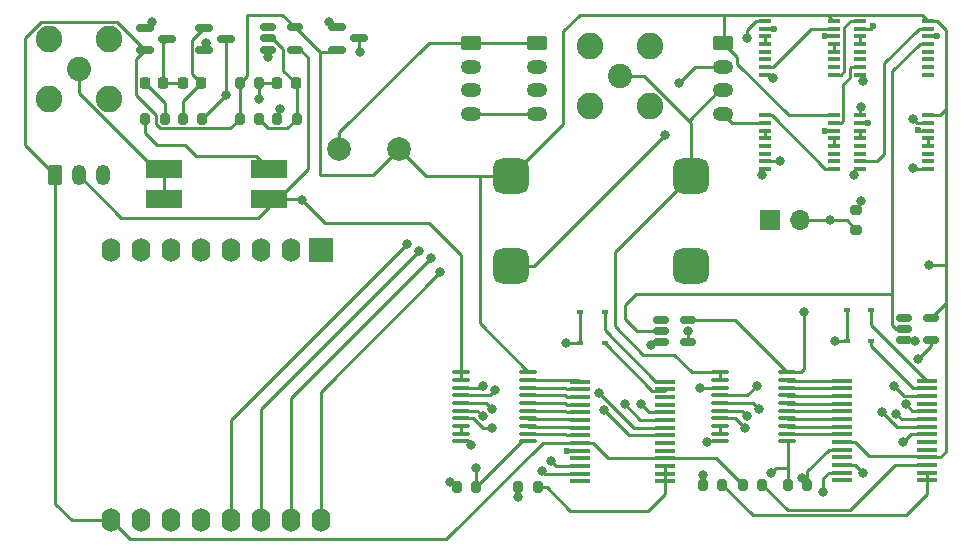
<source format=gbr>
%TF.GenerationSoftware,KiCad,Pcbnew,(6.0.7)*%
%TF.CreationDate,2023-09-13T17:05:02+02:00*%
%TF.ProjectId,freqcount1.1,66726571-636f-4756-9e74-312e312e6b69,rev?*%
%TF.SameCoordinates,PX2562500PY632ea00*%
%TF.FileFunction,Copper,L1,Top*%
%TF.FilePolarity,Positive*%
%FSLAX46Y46*%
G04 Gerber Fmt 4.6, Leading zero omitted, Abs format (unit mm)*
G04 Created by KiCad (PCBNEW (6.0.7)) date 2023-09-13 17:05:02*
%MOMM*%
%LPD*%
G01*
G04 APERTURE LIST*
G04 Aperture macros list*
%AMRoundRect*
0 Rectangle with rounded corners*
0 $1 Rounding radius*
0 $2 $3 $4 $5 $6 $7 $8 $9 X,Y pos of 4 corners*
0 Add a 4 corners polygon primitive as box body*
4,1,4,$2,$3,$4,$5,$6,$7,$8,$9,$2,$3,0*
0 Add four circle primitives for the rounded corners*
1,1,$1+$1,$2,$3*
1,1,$1+$1,$4,$5*
1,1,$1+$1,$6,$7*
1,1,$1+$1,$8,$9*
0 Add four rect primitives between the rounded corners*
20,1,$1+$1,$2,$3,$4,$5,0*
20,1,$1+$1,$4,$5,$6,$7,0*
20,1,$1+$1,$6,$7,$8,$9,0*
20,1,$1+$1,$8,$9,$2,$3,0*%
G04 Aperture macros list end*
%TA.AperFunction,SMDPad,CuDef*%
%ADD10R,0.600000X0.450000*%
%TD*%
%TA.AperFunction,SMDPad,CuDef*%
%ADD11RoundRect,0.200000X-0.200000X-0.275000X0.200000X-0.275000X0.200000X0.275000X-0.200000X0.275000X0*%
%TD*%
%TA.AperFunction,SMDPad,CuDef*%
%ADD12RoundRect,0.150000X-0.512500X-0.150000X0.512500X-0.150000X0.512500X0.150000X-0.512500X0.150000X0*%
%TD*%
%TA.AperFunction,ComponentPad*%
%ADD13R,2.000000X2.000000*%
%TD*%
%TA.AperFunction,ComponentPad*%
%ADD14O,1.600000X2.000000*%
%TD*%
%TA.AperFunction,ComponentPad*%
%ADD15R,1.700000X1.700000*%
%TD*%
%TA.AperFunction,ComponentPad*%
%ADD16O,1.700000X1.700000*%
%TD*%
%TA.AperFunction,ComponentPad*%
%ADD17RoundRect,0.250000X-0.350000X-0.625000X0.350000X-0.625000X0.350000X0.625000X-0.350000X0.625000X0*%
%TD*%
%TA.AperFunction,ComponentPad*%
%ADD18O,1.200000X1.750000*%
%TD*%
%TA.AperFunction,SMDPad,CuDef*%
%ADD19RoundRect,0.225000X-0.225000X-0.250000X0.225000X-0.250000X0.225000X0.250000X-0.225000X0.250000X0*%
%TD*%
%TA.AperFunction,ComponentPad*%
%ADD20RoundRect,0.250000X-0.625000X0.350000X-0.625000X-0.350000X0.625000X-0.350000X0.625000X0.350000X0*%
%TD*%
%TA.AperFunction,ComponentPad*%
%ADD21O,1.750000X1.200000*%
%TD*%
%TA.AperFunction,ComponentPad*%
%ADD22C,2.050000*%
%TD*%
%TA.AperFunction,ComponentPad*%
%ADD23C,2.250000*%
%TD*%
%TA.AperFunction,SMDPad,CuDef*%
%ADD24RoundRect,0.100000X-0.637500X-0.100000X0.637500X-0.100000X0.637500X0.100000X-0.637500X0.100000X0*%
%TD*%
%TA.AperFunction,ComponentPad*%
%ADD25RoundRect,0.750000X-0.750000X-0.750000X0.750000X-0.750000X0.750000X0.750000X-0.750000X0.750000X0*%
%TD*%
%TA.AperFunction,SMDPad,CuDef*%
%ADD26R,1.000000X0.400000*%
%TD*%
%TA.AperFunction,SMDPad,CuDef*%
%ADD27R,1.750000X0.450000*%
%TD*%
%TA.AperFunction,SMDPad,CuDef*%
%ADD28RoundRect,0.150000X-0.587500X-0.150000X0.587500X-0.150000X0.587500X0.150000X-0.587500X0.150000X0*%
%TD*%
%TA.AperFunction,SMDPad,CuDef*%
%ADD29RoundRect,0.200000X0.275000X-0.200000X0.275000X0.200000X-0.275000X0.200000X-0.275000X-0.200000X0*%
%TD*%
%TA.AperFunction,SMDPad,CuDef*%
%ADD30RoundRect,0.200000X0.200000X0.275000X-0.200000X0.275000X-0.200000X-0.275000X0.200000X-0.275000X0*%
%TD*%
%TA.AperFunction,SMDPad,CuDef*%
%ADD31R,3.100000X1.600000*%
%TD*%
%TA.AperFunction,ComponentPad*%
%ADD32C,2.000000*%
%TD*%
%TA.AperFunction,ViaPad*%
%ADD33C,0.800000*%
%TD*%
%TA.AperFunction,ViaPad*%
%ADD34C,0.600000*%
%TD*%
%TA.AperFunction,Conductor*%
%ADD35C,0.250000*%
%TD*%
G04 APERTURE END LIST*
D10*
%TO.P,D2,1,K*%
%TO.N,Net-(D1-Pad1)*%
X48400000Y17400000D03*
%TO.P,D2,2,A*%
%TO.N,Net-(D2-Pad2)*%
X50500000Y17400000D03*
%TD*%
D11*
%TO.P,R5,1*%
%TO.N,GND*%
X58800000Y5400000D03*
%TO.P,R5,2*%
%TO.N,Net-(R5-Pad2)*%
X60450000Y5400000D03*
%TD*%
D12*
%TO.P,U5,1*%
%TO.N,N/C*%
X55262500Y19350000D03*
%TO.P,U5,2*%
%TO.N,/Teiler_1Hz/1Hz_Puls*%
X55262500Y18400000D03*
%TO.P,U5,3,GND*%
%TO.N,GND*%
X55262500Y17450000D03*
%TO.P,U5,4*%
%TO.N,Net-(U5-Pad4)*%
X57537500Y17450000D03*
%TO.P,U5,5,VCC*%
%TO.N,+5V*%
X57537500Y19350000D03*
%TD*%
%TO.P,U12,1*%
%TO.N,N/C*%
X22000000Y44150000D03*
%TO.P,U12,2*%
%TO.N,Net-(C3-Pad2)*%
X22000000Y43200000D03*
%TO.P,U12,3,GND*%
%TO.N,GND*%
X22000000Y42250000D03*
%TO.P,U12,4*%
%TO.N,/Zaehler_Messsignal/Messsignal*%
X24275000Y42250000D03*
%TO.P,U12,5,VCC*%
%TO.N,+5V*%
X24275000Y44150000D03*
%TD*%
D11*
%TO.P,R2,1*%
%TO.N,GND*%
X43200000Y5200000D03*
%TO.P,R2,2*%
%TO.N,Net-(R2-Pad2)*%
X44850000Y5200000D03*
%TD*%
D13*
%TO.P,U11,1,~{RST}*%
%TO.N,unconnected-(U11-Pad1)*%
X26490000Y25275000D03*
D14*
%TO.P,U11,2,A0*%
%TO.N,unconnected-(U11-Pad2)*%
X23950000Y25275000D03*
%TO.P,U11,3,D0*%
%TO.N,unconnected-(U11-Pad3)*%
X21410000Y25275000D03*
%TO.P,U11,4,SCK/D5*%
%TO.N,unconnected-(U11-Pad4)*%
X18870000Y25275000D03*
%TO.P,U11,5,MISO/D6*%
%TO.N,unconnected-(U11-Pad5)*%
X16330000Y25275000D03*
%TO.P,U11,6,MOSI/D7*%
%TO.N,unconnected-(U11-Pad6)*%
X13790000Y25275000D03*
%TO.P,U11,7,CS/D8*%
%TO.N,unconnected-(U11-Pad7)*%
X11250000Y25275000D03*
%TO.P,U11,8,3V3*%
%TO.N,unconnected-(U11-Pad8)*%
X8710000Y25275000D03*
%TO.P,U11,9,5V*%
%TO.N,+5V*%
X8710000Y2415000D03*
%TO.P,U11,10,GND*%
%TO.N,GND*%
X11250000Y2415000D03*
%TO.P,U11,11,D4*%
%TO.N,unconnected-(U11-Pad11)*%
X13790000Y2415000D03*
%TO.P,U11,12,D3*%
%TO.N,unconnected-(U11-Pad12)*%
X16330000Y2415000D03*
%TO.P,U11,13,SDA/D2*%
%TO.N,/ESP/SDA*%
X18870000Y2415000D03*
%TO.P,U11,14,SCL/D1*%
%TO.N,/ESP/SCK*%
X21410000Y2415000D03*
%TO.P,U11,15,RX*%
%TO.N,Rx*%
X23950000Y2415000D03*
%TO.P,U11,16,TX*%
%TO.N,Tx*%
X26490000Y2415000D03*
%TD*%
D15*
%TO.P,JP1,1,A*%
%TO.N,+5V*%
X64525000Y27800000D03*
D16*
%TO.P,JP1,2,B*%
%TO.N,/Zaehler_Referenz/measure_select*%
X67065000Y27800000D03*
%TD*%
D11*
%TO.P,R3,1*%
%TO.N,Net-(D3-Pad1)*%
X66000000Y5400000D03*
%TO.P,R3,2*%
%TO.N,GND*%
X67650000Y5400000D03*
%TD*%
D17*
%TO.P,J2,1,Pin_1*%
%TO.N,+5V*%
X4000000Y31600000D03*
D18*
%TO.P,J2,2,Pin_2*%
%TO.N,/Zaehler_Messsignal/Messsignal*%
X6000000Y31600000D03*
%TO.P,J2,3,Pin_3*%
%TO.N,GND*%
X8000000Y31600000D03*
%TD*%
D19*
%TO.P,C1,1*%
%TO.N,Net-(C1-Pad1)*%
X11600000Y39400000D03*
%TO.P,C1,2*%
%TO.N,Net-(C1-Pad2)*%
X13150000Y39400000D03*
%TD*%
D20*
%TO.P,J6,1,Pin_1*%
%TO.N,Net-(F1-Pad1)*%
X39200000Y42800000D03*
D21*
%TO.P,J6,2,Pin_2*%
%TO.N,/ESP/SDA*%
X39200000Y40800000D03*
%TO.P,J6,3,Pin_3*%
%TO.N,/ESP/SCK*%
X39200000Y38800000D03*
%TO.P,J6,4,Pin_4*%
%TO.N,GND*%
X39200000Y36800000D03*
%TD*%
D22*
%TO.P,J4,1,In*%
%TO.N,Net-(J4-Pad1)*%
X6000000Y40600000D03*
D23*
%TO.P,J4,2,Ext*%
%TO.N,GND*%
X3460000Y43140000D03*
X3460000Y38060000D03*
X8540000Y43140000D03*
X8540000Y38060000D03*
%TD*%
D20*
%TO.P,J3,1,Pin_1*%
%TO.N,Net-(F1-Pad1)*%
X44750000Y42800000D03*
D21*
%TO.P,J3,2,Pin_2*%
%TO.N,Tx*%
X44750000Y40800000D03*
%TO.P,J3,3,Pin_3*%
%TO.N,Rx*%
X44750000Y38800000D03*
%TO.P,J3,4,Pin_4*%
%TO.N,GND*%
X44750000Y36800000D03*
%TD*%
D24*
%TO.P,U6,1,CKLA*%
%TO.N,/Zaehler_Messsignal/Messsignal*%
X38337500Y14925000D03*
%TO.P,U6,2,CLKB*%
X38337500Y14275000D03*
%TO.P,U6,3,~{GAL}*%
%TO.N,GAL1*%
X38337500Y13625000D03*
%TO.P,U6,4,~{GAU}*%
%TO.N,GAU1*%
X38337500Y12975000D03*
%TO.P,U6,5,~{GBL}*%
%TO.N,GBL1*%
X38337500Y12325000D03*
%TO.P,U6,6,~{GBU}*%
%TO.N,GBU1*%
X38337500Y11675000D03*
%TO.P,U6,7,RCLK*%
%TO.N,Net-(U5-Pad4)*%
X38337500Y11025000D03*
%TO.P,U6,8,~{RCOA}*%
%TO.N,Net-(U6-Pad8)*%
X38337500Y10375000D03*
%TO.P,U6,9,~{CLKBEN}*%
X38337500Y9725000D03*
%TO.P,U6,10,GND*%
%TO.N,GND*%
X38337500Y9075000D03*
%TO.P,U6,11,~{CCLR}*%
%TO.N,Net-(D1-Pad1)*%
X44062500Y9075000D03*
%TO.P,U6,12,Y7*%
%TO.N,Net-(U6-Pad12)*%
X44062500Y9725000D03*
%TO.P,U6,13,Y6*%
%TO.N,Net-(U6-Pad13)*%
X44062500Y10375000D03*
%TO.P,U6,14,Y5*%
%TO.N,Net-(U6-Pad14)*%
X44062500Y11025000D03*
%TO.P,U6,15,Y4*%
%TO.N,Net-(U6-Pad15)*%
X44062500Y11675000D03*
%TO.P,U6,16,Y3*%
%TO.N,Net-(U6-Pad16)*%
X44062500Y12325000D03*
%TO.P,U6,17,Y2*%
%TO.N,Net-(U6-Pad17)*%
X44062500Y12975000D03*
%TO.P,U6,18,Y1*%
%TO.N,Net-(U6-Pad18)*%
X44062500Y13625000D03*
%TO.P,U6,19,Y0*%
%TO.N,Net-(U6-Pad19)*%
X44062500Y14275000D03*
%TO.P,U6,20,VCC*%
%TO.N,+5V*%
X44062500Y14925000D03*
%TD*%
D25*
%TO.P,QA1,1,Vcontrol*%
%TO.N,Net-(J1-Pad2)*%
X42549000Y23905000D03*
%TO.P,QA1,7,GND*%
%TO.N,GND*%
X57789000Y23905000D03*
%TO.P,QA1,8,Out*%
%TO.N,/Teiler_1Hz/10MHz_Referenz*%
X57789000Y31525000D03*
%TO.P,QA1,14,Vin*%
%TO.N,+5V*%
X42549000Y31525000D03*
%TD*%
D11*
%TO.P,R6,1*%
%TO.N,Net-(R6-Pad1)*%
X11600000Y36400000D03*
%TO.P,R6,2*%
%TO.N,Net-(C1-Pad1)*%
X13250000Y36400000D03*
%TD*%
D26*
%TO.P,U1,1,~{CP0}*%
%TO.N,/Teiler_1Hz/10MHz_Referenz*%
X64100000Y44675000D03*
%TO.P,U1,2,MR*%
%TO.N,GND*%
X64100000Y44025000D03*
%TO.P,U1,3,Q0*%
%TO.N,Net-(U1-Pad3)*%
X64100000Y43375000D03*
%TO.P,U1,4,~{CP1}*%
X64100000Y42725000D03*
%TO.P,U1,5,Q1*%
%TO.N,unconnected-(U1-Pad5)*%
X64100000Y42075000D03*
%TO.P,U1,6,Q2*%
%TO.N,unconnected-(U1-Pad6)*%
X64100000Y41425000D03*
%TO.P,U1,7,Q3*%
%TO.N,Net-(U1-Pad15)*%
X64100000Y40775000D03*
%TO.P,U1,8,GND*%
%TO.N,GND*%
X64100000Y40125000D03*
%TO.P,U1,9,Q3*%
%TO.N,Net-(U1-Pad9)*%
X69900000Y40125000D03*
%TO.P,U1,10,Q2*%
%TO.N,unconnected-(U1-Pad10)*%
X69900000Y40775000D03*
%TO.P,U1,11,Q1*%
%TO.N,unconnected-(U1-Pad11)*%
X69900000Y41425000D03*
%TO.P,U1,12,~{CP1}*%
%TO.N,Net-(U1-Pad12)*%
X69900000Y42075000D03*
%TO.P,U1,13,Q0*%
X69900000Y42725000D03*
%TO.P,U1,14,MR*%
%TO.N,GND*%
X69900000Y43375000D03*
%TO.P,U1,15,~{CP0}*%
%TO.N,Net-(U1-Pad15)*%
X69900000Y44025000D03*
%TO.P,U1,16,VCC*%
%TO.N,+5V*%
X69900000Y44675000D03*
%TD*%
D12*
%TO.P,U8,1*%
%TO.N,N/C*%
X75862500Y19550000D03*
%TO.P,U8,2*%
%TO.N,/Teiler_1Hz/1Hz_Puls*%
X75862500Y18600000D03*
%TO.P,U8,3,GND*%
%TO.N,GND*%
X75862500Y17650000D03*
%TO.P,U8,4*%
%TO.N,Net-(U8-Pad4)*%
X78137500Y17650000D03*
%TO.P,U8,5,VCC*%
%TO.N,+5V*%
X78137500Y19550000D03*
%TD*%
D27*
%TO.P,U7,1,GPB0*%
%TO.N,Net-(U6-Pad19)*%
X48420000Y14125000D03*
%TO.P,U7,2,GPB1*%
%TO.N,Net-(U6-Pad18)*%
X48420000Y13475000D03*
%TO.P,U7,3,GPB2*%
%TO.N,Net-(U6-Pad17)*%
X48420000Y12825000D03*
%TO.P,U7,4,GPB3*%
%TO.N,Net-(U6-Pad16)*%
X48420000Y12175000D03*
%TO.P,U7,5,GPB4*%
%TO.N,Net-(U6-Pad15)*%
X48420000Y11525000D03*
%TO.P,U7,6,GPB5*%
%TO.N,Net-(U6-Pad14)*%
X48420000Y10875000D03*
%TO.P,U7,7,GPB6*%
%TO.N,Net-(U6-Pad13)*%
X48420000Y10225000D03*
%TO.P,U7,8,GPB7*%
%TO.N,Net-(U6-Pad12)*%
X48420000Y9575000D03*
%TO.P,U7,9,VDD*%
%TO.N,+5V*%
X48420000Y8925000D03*
%TO.P,U7,10,VSS*%
%TO.N,GND*%
X48420000Y8275000D03*
%TO.P,U7,11,NC*%
%TO.N,unconnected-(U7-Pad11)*%
X48420000Y7625000D03*
%TO.P,U7,12,SCK*%
%TO.N,/ESP/SCK*%
X48420000Y6975000D03*
%TO.P,U7,13,SDA*%
%TO.N,/ESP/SDA*%
X48420000Y6325000D03*
%TO.P,U7,14,NC*%
%TO.N,unconnected-(U7-Pad14)*%
X48420000Y5675000D03*
%TO.P,U7,15,A0*%
%TO.N,Net-(R2-Pad2)*%
X55620000Y5675000D03*
%TO.P,U7,16,A1*%
X55620000Y6325000D03*
%TO.P,U7,17,A2*%
X55620000Y6975000D03*
%TO.P,U7,18,~{RESET}*%
%TO.N,+5V*%
X55620000Y7625000D03*
%TO.P,U7,19,INTB*%
%TO.N,unconnected-(U7-Pad19)*%
X55620000Y8275000D03*
%TO.P,U7,20,INTA*%
%TO.N,unconnected-(U7-Pad20)*%
X55620000Y8925000D03*
%TO.P,U7,21,GPA0*%
%TO.N,GAL1*%
X55620000Y9575000D03*
%TO.P,U7,22,GPA1*%
%TO.N,GAU1*%
X55620000Y10225000D03*
%TO.P,U7,23,GPA2*%
%TO.N,GBL1*%
X55620000Y10875000D03*
%TO.P,U7,24,GPA3*%
%TO.N,GBU1*%
X55620000Y11525000D03*
%TO.P,U7,25,GPA4*%
%TO.N,unconnected-(U7-Pad25)*%
X55620000Y12175000D03*
%TO.P,U7,26,GPA5*%
%TO.N,unconnected-(U7-Pad26)*%
X55620000Y12825000D03*
%TO.P,U7,27,GPA6*%
%TO.N,Net-(D2-Pad2)*%
X55620000Y13475000D03*
%TO.P,U7,28,GPA7*%
%TO.N,Net-(D1-Pad2)*%
X55620000Y14125000D03*
%TD*%
D28*
%TO.P,D7,1*%
%TO.N,GND*%
X11600000Y44100000D03*
%TO.P,D7,2*%
%TO.N,+5V*%
X11600000Y42200000D03*
%TO.P,D7,3*%
%TO.N,Net-(C1-Pad2)*%
X13475000Y43150000D03*
%TD*%
D22*
%TO.P,J5,1,In*%
%TO.N,/Teiler_1Hz/10MHz_Referenz*%
X51800000Y40000000D03*
D23*
%TO.P,J5,2,Ext*%
%TO.N,GND*%
X54340000Y42540000D03*
X49260000Y42540000D03*
X54340000Y37460000D03*
X49260000Y37460000D03*
%TD*%
D19*
%TO.P,C2,1*%
%TO.N,Net-(C1-Pad2)*%
X14800000Y39400000D03*
%TO.P,C2,2*%
%TO.N,Net-(C2-Pad2)*%
X16350000Y39400000D03*
%TD*%
D26*
%TO.P,U3,1,~{CP0}*%
%TO.N,Net-(U3-Pad1)*%
X64100000Y36675000D03*
%TO.P,U3,2,MR*%
%TO.N,GND*%
X64100000Y36025000D03*
%TO.P,U3,3,Q0*%
%TO.N,Net-(U3-Pad3)*%
X64100000Y35375000D03*
%TO.P,U3,4,~{CP1}*%
X64100000Y34725000D03*
%TO.P,U3,5,Q1*%
%TO.N,unconnected-(U3-Pad5)*%
X64100000Y34075000D03*
%TO.P,U3,6,Q2*%
%TO.N,unconnected-(U3-Pad6)*%
X64100000Y33425000D03*
%TO.P,U3,7,Q3*%
%TO.N,Net-(U3-Pad7)*%
X64100000Y32775000D03*
%TO.P,U3,8,GND*%
%TO.N,GND*%
X64100000Y32125000D03*
%TO.P,U3,9,Q3*%
%TO.N,Net-(U3-Pad1)*%
X69900000Y32125000D03*
%TO.P,U3,10,Q2*%
%TO.N,unconnected-(U3-Pad10)*%
X69900000Y32775000D03*
%TO.P,U3,11,Q1*%
%TO.N,unconnected-(U3-Pad11)*%
X69900000Y33425000D03*
%TO.P,U3,12,~{CP1}*%
%TO.N,Net-(U3-Pad12)*%
X69900000Y34075000D03*
%TO.P,U3,13,Q0*%
X69900000Y34725000D03*
%TO.P,U3,14,MR*%
%TO.N,GND*%
X69900000Y35375000D03*
%TO.P,U3,15,~{CP0}*%
%TO.N,Net-(U2-Pad7)*%
X69900000Y36025000D03*
%TO.P,U3,16,VCC*%
%TO.N,+5V*%
X69900000Y36675000D03*
%TD*%
D28*
%TO.P,D5,1*%
%TO.N,GND*%
X27862500Y44150000D03*
%TO.P,D5,2*%
%TO.N,+5V*%
X27862500Y42250000D03*
%TO.P,D5,3*%
%TO.N,/Zaehler_Messsignal/Messsignal*%
X29737500Y43200000D03*
%TD*%
D24*
%TO.P,U9,1,CKLA*%
%TO.N,/Teiler_1Hz/10MHz_Referenz*%
X60237500Y14925000D03*
%TO.P,U9,2,CLKB*%
X60237500Y14275000D03*
%TO.P,U9,3,~{GAL}*%
%TO.N,GAL2*%
X60237500Y13625000D03*
%TO.P,U9,4,~{GAU}*%
%TO.N,GAU2*%
X60237500Y12975000D03*
%TO.P,U9,5,~{GBL}*%
%TO.N,GBL2*%
X60237500Y12325000D03*
%TO.P,U9,6,~{GBU}*%
%TO.N,GBU2*%
X60237500Y11675000D03*
%TO.P,U9,7,RCLK*%
%TO.N,Net-(U8-Pad4)*%
X60237500Y11025000D03*
%TO.P,U9,8,~{RCOA}*%
%TO.N,Net-(U9-Pad8)*%
X60237500Y10375000D03*
%TO.P,U9,9,~{CLKBEN}*%
X60237500Y9725000D03*
%TO.P,U9,10,GND*%
%TO.N,GND*%
X60237500Y9075000D03*
%TO.P,U9,11,~{CCLR}*%
%TO.N,Net-(D3-Pad1)*%
X65962500Y9075000D03*
%TO.P,U9,12,Y7*%
%TO.N,Net-(U10-Pad8)*%
X65962500Y9725000D03*
%TO.P,U9,13,Y6*%
%TO.N,Net-(U10-Pad7)*%
X65962500Y10375000D03*
%TO.P,U9,14,Y5*%
%TO.N,Net-(U10-Pad6)*%
X65962500Y11025000D03*
%TO.P,U9,15,Y4*%
%TO.N,Net-(U10-Pad5)*%
X65962500Y11675000D03*
%TO.P,U9,16,Y3*%
%TO.N,Net-(U10-Pad4)*%
X65962500Y12325000D03*
%TO.P,U9,17,Y2*%
%TO.N,Net-(U10-Pad3)*%
X65962500Y12975000D03*
%TO.P,U9,18,Y1*%
%TO.N,Net-(U10-Pad2)*%
X65962500Y13625000D03*
%TO.P,U9,19,Y0*%
%TO.N,Net-(U10-Pad1)*%
X65962500Y14275000D03*
%TO.P,U9,20,VCC*%
%TO.N,+5V*%
X65962500Y14925000D03*
%TD*%
D26*
%TO.P,U2,1,~{CP0}*%
%TO.N,Net-(U1-Pad9)*%
X72100000Y44675000D03*
%TO.P,U2,2,MR*%
%TO.N,GND*%
X72100000Y44025000D03*
%TO.P,U2,3,Q0*%
%TO.N,Net-(U2-Pad3)*%
X72100000Y43375000D03*
%TO.P,U2,4,~{CP1}*%
X72100000Y42725000D03*
%TO.P,U2,5,Q1*%
%TO.N,unconnected-(U2-Pad5)*%
X72100000Y42075000D03*
%TO.P,U2,6,Q2*%
%TO.N,unconnected-(U2-Pad6)*%
X72100000Y41425000D03*
%TO.P,U2,7,Q3*%
%TO.N,Net-(U2-Pad7)*%
X72100000Y40775000D03*
%TO.P,U2,8,GND*%
%TO.N,GND*%
X72100000Y40125000D03*
%TO.P,U2,9,Q3*%
%TO.N,unconnected-(U2-Pad9)*%
X77900000Y40125000D03*
%TO.P,U2,10,Q2*%
%TO.N,unconnected-(U2-Pad10)*%
X77900000Y40775000D03*
%TO.P,U2,11,Q1*%
%TO.N,unconnected-(U2-Pad11)*%
X77900000Y41425000D03*
%TO.P,U2,12,~{CP1}*%
%TO.N,unconnected-(U2-Pad12)*%
X77900000Y42075000D03*
%TO.P,U2,13,Q0*%
%TO.N,/Teiler_1Hz/1Hz_Puls*%
X77900000Y42725000D03*
%TO.P,U2,14,MR*%
%TO.N,GND*%
X77900000Y43375000D03*
%TO.P,U2,15,~{CP0}*%
%TO.N,Net-(U2-Pad15)*%
X77900000Y44025000D03*
%TO.P,U2,16,VCC*%
%TO.N,+5V*%
X77900000Y44675000D03*
%TD*%
%TO.P,U4,1,~{CP0}*%
%TO.N,Net-(U4-Pad1)*%
X72100000Y36675000D03*
%TO.P,U4,2,MR*%
%TO.N,GND*%
X72100000Y36025000D03*
%TO.P,U4,3,Q0*%
%TO.N,Net-(U4-Pad3)*%
X72100000Y35375000D03*
%TO.P,U4,4,~{CP1}*%
X72100000Y34725000D03*
%TO.P,U4,5,Q1*%
%TO.N,unconnected-(U4-Pad5)*%
X72100000Y34075000D03*
%TO.P,U4,6,Q2*%
%TO.N,unconnected-(U4-Pad6)*%
X72100000Y33425000D03*
%TO.P,U4,7,Q3*%
%TO.N,Net-(U2-Pad15)*%
X72100000Y32775000D03*
%TO.P,U4,8,GND*%
%TO.N,GND*%
X72100000Y32125000D03*
%TO.P,U4,9,Q3*%
%TO.N,Net-(U4-Pad1)*%
X77900000Y32125000D03*
%TO.P,U4,10,Q2*%
%TO.N,unconnected-(U4-Pad10)*%
X77900000Y32775000D03*
%TO.P,U4,11,Q1*%
%TO.N,unconnected-(U4-Pad11)*%
X77900000Y33425000D03*
%TO.P,U4,12,~{CP1}*%
%TO.N,Net-(U4-Pad12)*%
X77900000Y34075000D03*
%TO.P,U4,13,Q0*%
X77900000Y34725000D03*
%TO.P,U4,14,MR*%
%TO.N,GND*%
X77900000Y35375000D03*
%TO.P,U4,15,~{CP0}*%
%TO.N,Net-(U3-Pad7)*%
X77900000Y36025000D03*
%TO.P,U4,16,VCC*%
%TO.N,+5V*%
X77900000Y36675000D03*
%TD*%
D29*
%TO.P,R11,1*%
%TO.N,/Zaehler_Referenz/measure_select*%
X71800000Y27000000D03*
%TO.P,R11,2*%
%TO.N,GND*%
X71800000Y28650000D03*
%TD*%
D11*
%TO.P,R4,1*%
%TO.N,+5V*%
X62200000Y5400000D03*
%TO.P,R4,2*%
%TO.N,Net-(R4-Pad2)*%
X63850000Y5400000D03*
%TD*%
D10*
%TO.P,D1,1,K*%
%TO.N,Net-(D1-Pad1)*%
X48400000Y20000000D03*
%TO.P,D1,2,A*%
%TO.N,Net-(D1-Pad2)*%
X50500000Y20000000D03*
%TD*%
D30*
%TO.P,R10,1*%
%TO.N,Net-(C3-Pad2)*%
X24450000Y36400000D03*
%TO.P,R10,2*%
%TO.N,GND*%
X22800000Y36400000D03*
%TD*%
D27*
%TO.P,U10,1,GPB0*%
%TO.N,Net-(U10-Pad1)*%
X70590000Y14225000D03*
%TO.P,U10,2,GPB1*%
%TO.N,Net-(U10-Pad2)*%
X70590000Y13575000D03*
%TO.P,U10,3,GPB2*%
%TO.N,Net-(U10-Pad3)*%
X70590000Y12925000D03*
%TO.P,U10,4,GPB3*%
%TO.N,Net-(U10-Pad4)*%
X70590000Y12275000D03*
%TO.P,U10,5,GPB4*%
%TO.N,Net-(U10-Pad5)*%
X70590000Y11625000D03*
%TO.P,U10,6,GPB5*%
%TO.N,Net-(U10-Pad6)*%
X70590000Y10975000D03*
%TO.P,U10,7,GPB6*%
%TO.N,Net-(U10-Pad7)*%
X70590000Y10325000D03*
%TO.P,U10,8,GPB7*%
%TO.N,Net-(U10-Pad8)*%
X70590000Y9675000D03*
%TO.P,U10,9,VDD*%
%TO.N,+5V*%
X70590000Y9025000D03*
%TO.P,U10,10,VSS*%
%TO.N,GND*%
X70590000Y8375000D03*
%TO.P,U10,11,NC*%
%TO.N,unconnected-(U10-Pad11)*%
X70590000Y7725000D03*
%TO.P,U10,12,SCK*%
%TO.N,/ESP/SCK*%
X70590000Y7075000D03*
%TO.P,U10,13,SDA*%
%TO.N,/ESP/SDA*%
X70590000Y6425000D03*
%TO.P,U10,14,NC*%
%TO.N,unconnected-(U10-Pad14)*%
X70590000Y5775000D03*
%TO.P,U10,15,A0*%
%TO.N,Net-(R5-Pad2)*%
X77790000Y5775000D03*
%TO.P,U10,16,A1*%
X77790000Y6425000D03*
%TO.P,U10,17,A2*%
%TO.N,Net-(R4-Pad2)*%
X77790000Y7075000D03*
%TO.P,U10,18,~{RESET}*%
%TO.N,+5V*%
X77790000Y7725000D03*
%TO.P,U10,19,INTB*%
%TO.N,unconnected-(U10-Pad19)*%
X77790000Y8375000D03*
%TO.P,U10,20,INTA*%
%TO.N,unconnected-(U10-Pad20)*%
X77790000Y9025000D03*
%TO.P,U10,21,GPA0*%
%TO.N,GAL2*%
X77790000Y9675000D03*
%TO.P,U10,22,GPA1*%
%TO.N,GAU2*%
X77790000Y10325000D03*
%TO.P,U10,23,GPA2*%
%TO.N,GBL2*%
X77790000Y10975000D03*
%TO.P,U10,24,GPA3*%
%TO.N,GBU2*%
X77790000Y11625000D03*
%TO.P,U10,25,GPA4*%
%TO.N,unconnected-(U10-Pad25)*%
X77790000Y12275000D03*
%TO.P,U10,26,GPA5*%
%TO.N,/Zaehler_Referenz/measure_select*%
X77790000Y12925000D03*
%TO.P,U10,27,GPA6*%
%TO.N,Net-(D4-Pad2)*%
X77790000Y13575000D03*
%TO.P,U10,28,GPA7*%
%TO.N,Net-(D3-Pad2)*%
X77790000Y14225000D03*
%TD*%
D11*
%TO.P,R8,1*%
%TO.N,+5V*%
X19600000Y39400000D03*
%TO.P,R8,2*%
%TO.N,Net-(C3-Pad1)*%
X21250000Y39400000D03*
%TD*%
D19*
%TO.P,C3,1*%
%TO.N,Net-(C3-Pad1)*%
X22800000Y39400000D03*
%TO.P,C3,2*%
%TO.N,Net-(C3-Pad2)*%
X24350000Y39400000D03*
%TD*%
D28*
%TO.P,Q1,1,B*%
%TO.N,Net-(C2-Pad2)*%
X16600000Y44100000D03*
%TO.P,Q1,2,E*%
%TO.N,GND*%
X16600000Y42200000D03*
%TO.P,Q1,3,C*%
%TO.N,Net-(C3-Pad1)*%
X18475000Y43150000D03*
%TD*%
D31*
%TO.P,SW1,1*%
%TO.N,Net-(J4-Pad1)*%
X13200000Y32140000D03*
%TO.P,SW1,2*%
X13200000Y29600000D03*
%TO.P,SW1,3*%
%TO.N,/Zaehler_Messsignal/Messsignal*%
X22090000Y29600000D03*
%TO.P,SW1,4*%
%TO.N,Net-(R6-Pad1)*%
X22090000Y32140000D03*
%TD*%
D20*
%TO.P,J1,1,Pin_1*%
%TO.N,+5V*%
X60550000Y42800000D03*
D21*
%TO.P,J1,2,Pin_2*%
%TO.N,Net-(J1-Pad2)*%
X60550000Y40800000D03*
%TO.P,J1,3,Pin_3*%
%TO.N,/Teiler_1Hz/10MHz_Referenz*%
X60550000Y38800000D03*
%TO.P,J1,4,Pin_4*%
%TO.N,GND*%
X60550000Y36800000D03*
%TD*%
D11*
%TO.P,R9,1*%
%TO.N,+5V*%
X19600000Y36400000D03*
%TO.P,R9,2*%
%TO.N,Net-(C3-Pad2)*%
X21250000Y36400000D03*
%TD*%
D32*
%TO.P,F1,1*%
%TO.N,Net-(F1-Pad1)*%
X28060000Y33810000D03*
%TO.P,F1,2*%
%TO.N,+5V*%
X33140000Y33800000D03*
%TD*%
D30*
%TO.P,R7,1*%
%TO.N,Net-(C3-Pad1)*%
X16450000Y36400000D03*
%TO.P,R7,2*%
%TO.N,Net-(C2-Pad2)*%
X14800000Y36400000D03*
%TD*%
%TO.P,R1,1*%
%TO.N,Net-(D1-Pad1)*%
X39650000Y5200000D03*
%TO.P,R1,2*%
%TO.N,GND*%
X38000000Y5200000D03*
%TD*%
D10*
%TO.P,D4,1,K*%
%TO.N,Net-(D3-Pad1)*%
X71000000Y17600000D03*
%TO.P,D4,2,A*%
%TO.N,Net-(D4-Pad2)*%
X73100000Y17600000D03*
%TD*%
%TO.P,D3,1,K*%
%TO.N,Net-(D3-Pad1)*%
X71000000Y20200000D03*
%TO.P,D3,2,A*%
%TO.N,Net-(D3-Pad2)*%
X73100000Y20200000D03*
%TD*%
D33*
%TO.N,Net-(D3-Pad1)*%
X70000000Y17600000D03*
X64600000Y6400000D03*
%TO.N,Net-(D1-Pad1)*%
X39600000Y6800000D03*
X47200000Y17400000D03*
%TO.N,+5V*%
X67400000Y20000000D03*
X78000000Y24000000D03*
%TO.N,GND*%
X22000000Y41600000D03*
D34*
X72816798Y36025001D03*
D33*
X58800000Y6200000D03*
D34*
X77000000Y35400000D03*
D33*
X71600000Y31600000D03*
X54400000Y17200000D03*
X72400000Y39600000D03*
D34*
X78616798Y43374999D03*
D33*
X23000000Y37200000D03*
D34*
X69183202Y43374999D03*
D33*
X64800000Y39800000D03*
X67200000Y6000000D03*
X76800000Y17600000D03*
X72200000Y29400000D03*
X39200000Y8800000D03*
X27200000Y44600000D03*
D34*
X64816798Y44025001D03*
X73200000Y44200000D03*
D33*
X59200000Y9000000D03*
X12200000Y44600000D03*
X63800000Y31600000D03*
X43200000Y4400000D03*
X16800000Y42800000D03*
X37400000Y5600000D03*
D34*
X47282557Y8275001D03*
X69183202Y35374999D03*
D33*
%TO.N,Rx*%
X35800000Y24600000D03*
%TO.N,Tx*%
X36600000Y23400000D03*
%TO.N,Net-(U3-Pad7)*%
X65375000Y32775000D03*
X76600000Y36400000D03*
%TO.N,Net-(U4-Pad1)*%
X76600000Y32200000D03*
X72200000Y37400000D03*
%TO.N,Net-(U5-Pad4)*%
X57600000Y18400000D03*
X41000000Y10200000D03*
%TO.N,GAL1*%
X50487701Y11687701D03*
X40200000Y13800000D03*
%TO.N,GAU1*%
X41200000Y13400000D03*
X50000000Y13200000D03*
%TO.N,GBL1*%
X41000000Y11800000D03*
X52200000Y12200000D03*
%TO.N,GBU1*%
X40200000Y11200000D03*
X53600000Y12200000D03*
%TO.N,Net-(U8-Pad4)*%
X62400000Y10200000D03*
X77019799Y16019799D03*
%TO.N,GAL2*%
X58600000Y13600000D03*
X75800000Y9000000D03*
%TO.N,GAU2*%
X74000000Y11600000D03*
X63400000Y13800000D03*
%TO.N,GBL2*%
X75212299Y11412299D03*
X63600000Y11800000D03*
%TO.N,GBU2*%
X62600000Y11200000D03*
X76000000Y12200000D03*
%TO.N,/Zaehler_Referenz/measure_select*%
X75000000Y13800000D03*
X69600000Y27800000D03*
%TO.N,/Teiler_1Hz/10MHz_Referenz*%
X62600000Y43200000D03*
%TO.N,/ESP/SCK*%
X46000000Y7400000D03*
X72400000Y6400000D03*
X34800000Y25200000D03*
%TO.N,/ESP/SDA*%
X69000000Y4800000D03*
X33800000Y25800000D03*
X45200000Y6600000D03*
%TO.N,Net-(J1-Pad2)*%
X56800000Y39400000D03*
X55600000Y35000000D03*
%TO.N,Net-(C3-Pad1)*%
X18425000Y38375000D03*
X21250000Y38050000D03*
%TO.N,/Zaehler_Messsignal/Messsignal*%
X29800000Y42000000D03*
X24907500Y29507500D03*
%TD*%
D35*
%TO.N,Net-(D1-Pad2)*%
X50500000Y20000000D02*
X50500000Y18500000D01*
X50500000Y18500000D02*
X54875000Y14125000D01*
X54875000Y14125000D02*
X55620000Y14125000D01*
%TO.N,Net-(D3-Pad1)*%
X66000000Y5400000D02*
X66000000Y7200000D01*
X66000000Y9037500D02*
X65962500Y9075000D01*
X66000000Y6800000D02*
X66000000Y7200000D01*
X71000000Y20200000D02*
X71000000Y17600000D01*
X71000000Y17600000D02*
X70000000Y17600000D01*
X66000000Y7200000D02*
X66000000Y9037500D01*
X65000000Y6800000D02*
X66000000Y6800000D01*
X64600000Y6400000D02*
X65000000Y6800000D01*
%TO.N,Net-(D1-Pad1)*%
X48400000Y17400000D02*
X47200000Y17400000D01*
X39650000Y5200000D02*
X43525000Y9075000D01*
X43525000Y9075000D02*
X44062500Y9075000D01*
X39650000Y6750000D02*
X39600000Y6800000D01*
X48400000Y20000000D02*
X48400000Y17400000D01*
X39650000Y5200000D02*
X39650000Y6750000D01*
%TO.N,Net-(D2-Pad2)*%
X54525000Y13375000D02*
X55600000Y13375000D01*
X50500000Y17400000D02*
X54525000Y13375000D01*
%TO.N,+5V*%
X59975000Y7625000D02*
X62200000Y5400000D01*
X77900000Y44675000D02*
X78650000Y44675000D01*
X33140000Y33800000D02*
X35415000Y31525000D01*
X12832538Y35600000D02*
X18800000Y35600000D01*
X79400000Y37200000D02*
X79400000Y24000000D01*
X48398606Y45200000D02*
X60600000Y45200000D01*
X78650000Y44675000D02*
X79400000Y43925000D01*
X72915000Y7800000D02*
X77715000Y7800000D01*
X27862500Y42250000D02*
X27637500Y42025000D01*
X55620000Y7625000D02*
X50820000Y7625000D01*
X79400000Y43925000D02*
X79400000Y37200000D01*
X50820000Y7625000D02*
X49520000Y8925000D01*
X61537500Y19350000D02*
X65962500Y14925000D01*
X44062500Y14925000D02*
X39925000Y19062500D01*
X77715000Y7800000D02*
X77790000Y7725000D01*
X42549000Y31525000D02*
X46983607Y35959607D01*
X67400000Y15200000D02*
X67400000Y20000000D01*
X79400000Y37200000D02*
X78875000Y36675000D01*
X79400000Y24000000D02*
X79400000Y20812500D01*
X79400000Y24000000D02*
X78000000Y24000000D01*
X23225000Y45200000D02*
X24275000Y44150000D01*
X1400000Y43200000D02*
X1400000Y34200000D01*
X71690000Y9025000D02*
X72915000Y7800000D01*
X66125000Y36675000D02*
X69900000Y36675000D01*
X49520000Y8925000D02*
X48420000Y8925000D01*
X35415000Y31525000D02*
X39925000Y31525000D01*
X46983607Y35959607D02*
X46983607Y43785001D01*
X78875000Y36675000D02*
X77900000Y36675000D01*
X18800000Y35600000D02*
X19600000Y36400000D01*
X10346443Y778557D02*
X8710000Y2415000D01*
X9210000Y44590000D02*
X2790000Y44590000D01*
X60600000Y42850000D02*
X60550000Y42800000D01*
X2790000Y44590000D02*
X1400000Y43200000D01*
X55620000Y7625000D02*
X59975000Y7625000D01*
X20200000Y45200000D02*
X23225000Y45200000D01*
X48420000Y8925000D02*
X45251041Y8925000D01*
X61750000Y41600000D02*
X61750000Y41050000D01*
X1400000Y34200000D02*
X4000000Y31600000D01*
X26400000Y31600000D02*
X30940000Y31600000D01*
X45251041Y8925000D02*
X37104598Y778557D01*
X57537500Y19350000D02*
X61537500Y19350000D01*
X11600000Y42200000D02*
X10825000Y41425000D01*
X37104598Y778557D02*
X10346443Y778557D01*
X67125000Y14925000D02*
X67400000Y15200000D01*
X5385000Y2415000D02*
X4000000Y3800000D01*
X12525000Y35907538D02*
X12832538Y35600000D01*
X19600000Y36400000D02*
X19600000Y39400000D01*
X60600000Y45200000D02*
X60600000Y42850000D01*
X4000000Y3800000D02*
X4000000Y31600000D01*
X60600000Y45200000D02*
X69375000Y45200000D01*
X39925000Y31525000D02*
X42549000Y31525000D01*
X65962500Y14925000D02*
X67125000Y14925000D01*
X77375000Y45200000D02*
X77900000Y44675000D01*
X60550000Y42800000D02*
X61750000Y41600000D01*
X79400000Y20812500D02*
X78137500Y19550000D01*
X8710000Y2415000D02*
X5385000Y2415000D01*
X10825000Y41425000D02*
X10825000Y38392462D01*
X69375000Y45200000D02*
X77375000Y45200000D01*
X69375000Y45200000D02*
X69900000Y44675000D01*
X10825000Y38392462D02*
X12525000Y36692462D01*
X79400000Y8200000D02*
X78925000Y7725000D01*
X46983607Y43785001D02*
X48398606Y45200000D01*
X70590000Y9025000D02*
X71690000Y9025000D01*
X26400000Y42025000D02*
X26400000Y31600000D01*
X78925000Y7725000D02*
X77790000Y7725000D01*
X20200000Y40000000D02*
X20200000Y45200000D01*
X27637500Y42025000D02*
X26400000Y42025000D01*
X19600000Y39400000D02*
X20200000Y40000000D01*
X39925000Y19062500D02*
X39925000Y31525000D01*
X30940000Y31600000D02*
X33140000Y33800000D01*
X24275000Y44150000D02*
X26400000Y42025000D01*
X11600000Y42200000D02*
X9210000Y44590000D01*
X79400000Y20812500D02*
X79400000Y8200000D01*
X12525000Y36692462D02*
X12525000Y35907538D01*
X61750000Y41050000D02*
X66125000Y36675000D01*
%TO.N,Net-(D3-Pad2)*%
X77790000Y14225000D02*
X73100000Y18915000D01*
X73100000Y18915000D02*
X73100000Y20200000D01*
%TO.N,GND*%
X73025000Y44025000D02*
X73200000Y44200000D01*
X67650000Y6560000D02*
X67650000Y5400000D01*
X72100000Y44025000D02*
X73025000Y44025000D01*
X70590000Y8375000D02*
X69465000Y8375000D01*
X60550000Y36800000D02*
X61325000Y36025000D01*
X77025000Y35375000D02*
X77900000Y35375000D01*
X77000000Y35400000D02*
X77025000Y35375000D01*
X61325000Y36025000D02*
X64100000Y36025000D01*
X69465000Y8375000D02*
X67650000Y6560000D01*
X39200000Y36800000D02*
X44750000Y36800000D01*
%TO.N,Net-(D4-Pad2)*%
X76650000Y13575000D02*
X77790000Y13575000D01*
X73100000Y17125000D02*
X76650000Y13575000D01*
X73100000Y17600000D02*
X73100000Y17125000D01*
%TO.N,Net-(U1-Pad3)*%
X64100000Y43375000D02*
X64100000Y42725000D01*
%TO.N,Net-(U2-Pad3)*%
X72100000Y43375000D02*
X72100000Y42725000D01*
%TO.N,Rx*%
X23950000Y12750000D02*
X23950000Y2415000D01*
X35800000Y24600000D02*
X23950000Y12750000D01*
%TO.N,Net-(U1-Pad9)*%
X70525000Y40125000D02*
X69900000Y40125000D01*
X70800000Y40400000D02*
X70525000Y40125000D01*
X70800000Y44125000D02*
X70800000Y40400000D01*
X71350000Y44675000D02*
X70800000Y44125000D01*
X72100000Y44675000D02*
X71350000Y44675000D01*
%TO.N,Net-(U3-Pad3)*%
X64100000Y35375000D02*
X64100000Y34725000D01*
%TO.N,Net-(U3-Pad12)*%
X69900000Y34725000D02*
X69900000Y34075000D01*
%TO.N,Net-(U4-Pad3)*%
X72100000Y35375000D02*
X72100000Y34725000D01*
%TO.N,Tx*%
X26490000Y2415000D02*
X26490000Y13290000D01*
X26490000Y13290000D02*
X36600000Y23400000D01*
%TO.N,Net-(R2-Pad2)*%
X55620000Y4620000D02*
X55620000Y6975000D01*
X47600000Y3200000D02*
X54200000Y3200000D01*
X44850000Y5200000D02*
X45600000Y5200000D01*
X54200000Y3200000D02*
X55620000Y4620000D01*
X45600000Y5200000D02*
X47600000Y3200000D01*
%TO.N,Net-(R4-Pad2)*%
X71250000Y3250000D02*
X75075000Y7075000D01*
X75075000Y7075000D02*
X77790000Y7075000D01*
X63850000Y5400000D02*
X66000000Y3250000D01*
X66000000Y3250000D02*
X71250000Y3250000D01*
%TO.N,Net-(R5-Pad2)*%
X63050000Y2800000D02*
X76000000Y2800000D01*
X60450000Y5400000D02*
X63050000Y2800000D01*
X77790000Y4610000D02*
X77790000Y6425000D01*
X77800000Y4600000D02*
X77790000Y4610000D01*
X76000000Y2800000D02*
X77800000Y4600000D01*
%TO.N,Net-(U1-Pad15)*%
X64100000Y40775000D02*
X64775000Y40775000D01*
X68025000Y44025000D02*
X69900000Y44025000D01*
X64775000Y40775000D02*
X68025000Y44025000D01*
%TO.N,Net-(U2-Pad7)*%
X70525000Y36025000D02*
X69900000Y36025000D01*
X70725000Y36225000D02*
X70525000Y36025000D01*
X70725000Y39325000D02*
X70725000Y36225000D01*
X72100000Y40775000D02*
X71400000Y40775000D01*
X71275000Y40650000D02*
X71275000Y39875000D01*
X71400000Y40775000D02*
X71275000Y40650000D01*
X71275000Y39875000D02*
X70725000Y39325000D01*
%TO.N,Net-(U2-Pad15)*%
X77900000Y44025000D02*
X77150000Y44025000D01*
X74200000Y41075000D02*
X74200000Y33400000D01*
X73575000Y32775000D02*
X72100000Y32775000D01*
X74200000Y33400000D02*
X73575000Y32775000D01*
X77150000Y44025000D02*
X74200000Y41075000D01*
%TO.N,Net-(U3-Pad1)*%
X64100000Y36675000D02*
X64650000Y36675000D01*
X64650000Y36675000D02*
X69200000Y32125000D01*
X69200000Y32125000D02*
X69900000Y32125000D01*
%TO.N,Net-(U3-Pad7)*%
X76975000Y36025000D02*
X77900000Y36025000D01*
X76600000Y36400000D02*
X76975000Y36025000D01*
X64100000Y32775000D02*
X65375000Y32775000D01*
%TO.N,Net-(U4-Pad1)*%
X76675000Y32125000D02*
X76600000Y32200000D01*
X72100000Y37300000D02*
X72200000Y37400000D01*
X77900000Y32125000D02*
X76675000Y32125000D01*
X72100000Y36675000D02*
X72100000Y37300000D01*
%TO.N,Net-(U4-Pad12)*%
X77900000Y34725000D02*
X77900000Y34075000D01*
%TO.N,Net-(U5-Pad4)*%
X57537500Y18337500D02*
X57537500Y17450000D01*
X38337500Y11025000D02*
X39349695Y11025000D01*
X39349695Y11025000D02*
X40174695Y10200000D01*
X57600000Y18400000D02*
X57537500Y18337500D01*
X40174695Y10200000D02*
X41000000Y10200000D01*
%TO.N,GAL1*%
X52600402Y9575000D02*
X55620000Y9575000D01*
X38337500Y13625000D02*
X40025000Y13625000D01*
X40025000Y13625000D02*
X40200000Y13800000D01*
X50487701Y11687701D02*
X52600402Y9575000D01*
%TO.N,GAU1*%
X50000000Y13200000D02*
X52975000Y10225000D01*
X40775000Y12975000D02*
X41200000Y13400000D01*
X38337500Y12975000D02*
X40775000Y12975000D01*
X52975000Y10225000D02*
X55620000Y10225000D01*
%TO.N,Net-(U6-Pad8)*%
X38337500Y10375000D02*
X38337500Y9725000D01*
%TO.N,GBL1*%
X38337500Y12325000D02*
X40475000Y12325000D01*
X53525000Y10875000D02*
X52200000Y12200000D01*
X55620000Y10875000D02*
X53525000Y10875000D01*
X40475000Y12325000D02*
X41000000Y11800000D01*
%TO.N,GBU1*%
X39725000Y11675000D02*
X38337500Y11675000D01*
X54275000Y11525000D02*
X53600000Y12200000D01*
X40200000Y11200000D02*
X39725000Y11675000D01*
X55620000Y11525000D02*
X54275000Y11525000D01*
%TO.N,Net-(U1-Pad12)*%
X69900000Y42725000D02*
X69900000Y42075000D01*
%TO.N,Net-(U6-Pad12)*%
X47295000Y9575000D02*
X48420000Y9575000D01*
X47145000Y9725000D02*
X47295000Y9575000D01*
X44062500Y9725000D02*
X47145000Y9725000D01*
%TO.N,Net-(U6-Pad13)*%
X48320000Y10325000D02*
X48420000Y10225000D01*
X44112500Y10325000D02*
X48320000Y10325000D01*
X44062500Y10375000D02*
X44112500Y10325000D01*
%TO.N,Net-(U6-Pad14)*%
X44112500Y10975000D02*
X48320000Y10975000D01*
X44062500Y11025000D02*
X44112500Y10975000D01*
X48320000Y10975000D02*
X48420000Y10875000D01*
%TO.N,Net-(U6-Pad15)*%
X47295000Y11525000D02*
X48420000Y11525000D01*
X47145000Y11675000D02*
X47295000Y11525000D01*
X44062500Y11675000D02*
X47145000Y11675000D01*
%TO.N,Net-(U6-Pad16)*%
X47295000Y12175000D02*
X48420000Y12175000D01*
X44062500Y12325000D02*
X47145000Y12325000D01*
X47145000Y12325000D02*
X47295000Y12175000D01*
%TO.N,Net-(U6-Pad17)*%
X47295000Y12825000D02*
X48420000Y12825000D01*
X44062500Y12975000D02*
X47145000Y12975000D01*
X47145000Y12975000D02*
X47295000Y12825000D01*
%TO.N,Net-(U6-Pad18)*%
X47145000Y13625000D02*
X47295000Y13475000D01*
X47295000Y13475000D02*
X48420000Y13475000D01*
X44062500Y13625000D02*
X47145000Y13625000D01*
%TO.N,Net-(U6-Pad19)*%
X44062500Y14275000D02*
X48270000Y14275000D01*
X48270000Y14275000D02*
X48420000Y14125000D01*
%TO.N,Net-(U8-Pad4)*%
X60237500Y11025000D02*
X61575000Y11025000D01*
X78137500Y17137500D02*
X77019799Y16019799D01*
X61575000Y11025000D02*
X62400000Y10200000D01*
X78137500Y17650000D02*
X78137500Y17137500D01*
%TO.N,GAL2*%
X60237500Y13625000D02*
X58625000Y13625000D01*
X76475000Y9675000D02*
X77790000Y9675000D01*
X75800000Y9000000D02*
X76475000Y9675000D01*
X58600000Y13600000D02*
X58625000Y13625000D01*
%TO.N,GAU2*%
X77790000Y10325000D02*
X75275000Y10325000D01*
X60237500Y12975000D02*
X62575000Y12975000D01*
X75275000Y10325000D02*
X74000000Y11600000D01*
X62575000Y12975000D02*
X63400000Y13800000D01*
%TO.N,GBL2*%
X75212299Y11412299D02*
X75649598Y10975000D01*
X75649598Y10975000D02*
X77790000Y10975000D01*
X60237500Y12325000D02*
X63075000Y12325000D01*
X63075000Y12325000D02*
X63600000Y11800000D01*
%TO.N,GBU2*%
X62125000Y11675000D02*
X62600000Y11200000D01*
X77790000Y11625000D02*
X76575000Y11625000D01*
X60237500Y11675000D02*
X62125000Y11675000D01*
X76575000Y11625000D02*
X76000000Y12200000D01*
%TO.N,Net-(U9-Pad8)*%
X60237500Y10375000D02*
X60237500Y9725000D01*
%TO.N,Net-(U10-Pad8)*%
X65962500Y9725000D02*
X66012500Y9675000D01*
X66012500Y9675000D02*
X70590000Y9675000D01*
%TO.N,Net-(U10-Pad7)*%
X66012500Y10325000D02*
X70590000Y10325000D01*
X65962500Y10375000D02*
X66012500Y10325000D01*
%TO.N,Net-(U10-Pad6)*%
X65962500Y11025000D02*
X66012500Y10975000D01*
X66012500Y10975000D02*
X70590000Y10975000D01*
%TO.N,Net-(U10-Pad5)*%
X66012500Y11625000D02*
X70590000Y11625000D01*
X65962500Y11675000D02*
X66012500Y11625000D01*
%TO.N,Net-(U10-Pad4)*%
X66012500Y12275000D02*
X70590000Y12275000D01*
X65962500Y12325000D02*
X66012500Y12275000D01*
%TO.N,Net-(U10-Pad3)*%
X66012500Y12925000D02*
X70590000Y12925000D01*
X65962500Y12975000D02*
X66012500Y12925000D01*
%TO.N,Net-(U10-Pad2)*%
X65962500Y13625000D02*
X66012500Y13575000D01*
X66012500Y13575000D02*
X70590000Y13575000D01*
%TO.N,Net-(U10-Pad1)*%
X66012500Y14225000D02*
X70590000Y14225000D01*
X65962500Y14275000D02*
X66012500Y14225000D01*
%TO.N,/Zaehler_Referenz/measure_select*%
X71000000Y27800000D02*
X69600000Y27800000D01*
X75875000Y12925000D02*
X75000000Y13800000D01*
X77790000Y12925000D02*
X75875000Y12925000D01*
X71800000Y27000000D02*
X71000000Y27800000D01*
X69600000Y27800000D02*
X67065000Y27800000D01*
%TO.N,/Teiler_1Hz/10MHz_Referenz*%
X63350000Y44675000D02*
X62600000Y43925000D01*
X57789000Y36061610D02*
X57789000Y31525000D01*
X51400000Y25136000D02*
X57789000Y31525000D01*
X51800000Y40000000D02*
X53850610Y40000000D01*
X56400000Y16400000D02*
X53800000Y16400000D01*
X51400000Y18800000D02*
X51400000Y25136000D01*
X60200000Y38800000D02*
X60550000Y38800000D01*
X57625305Y36225305D02*
X57789000Y36061610D01*
X57625305Y36225305D02*
X60200000Y38800000D01*
X53850610Y40000000D02*
X57625305Y36225305D01*
X62600000Y43925000D02*
X62600000Y43200000D01*
X64100000Y44675000D02*
X63350000Y44675000D01*
X60237500Y14925000D02*
X60237500Y14275000D01*
X57875000Y14925000D02*
X56400000Y16400000D01*
X60237500Y14925000D02*
X57875000Y14925000D01*
X53800000Y16400000D02*
X51400000Y18800000D01*
%TO.N,/ESP/SCK*%
X21410000Y11810000D02*
X34800000Y25200000D01*
X71725000Y7075000D02*
X72400000Y6400000D01*
X48420000Y6975000D02*
X46425000Y6975000D01*
X46425000Y6975000D02*
X46000000Y7400000D01*
X70590000Y7075000D02*
X71725000Y7075000D01*
X21410000Y2415000D02*
X21410000Y11810000D01*
%TO.N,/ESP/SDA*%
X69000000Y5960000D02*
X69000000Y4800000D01*
X70590000Y6425000D02*
X69465000Y6425000D01*
X45475000Y6325000D02*
X45200000Y6600000D01*
X69465000Y6425000D02*
X69000000Y5960000D01*
X48420000Y6325000D02*
X45475000Y6325000D01*
X18870000Y10870000D02*
X33800000Y25800000D01*
X18870000Y2415000D02*
X18870000Y10870000D01*
%TO.N,/Teiler_1Hz/1Hz_Puls*%
X75200000Y18600000D02*
X75862500Y18600000D01*
X52200000Y19415749D02*
X52200000Y20600000D01*
X74875000Y40400000D02*
X74875000Y21525000D01*
X52200000Y20600000D02*
X53125000Y21525000D01*
X74875000Y21525000D02*
X74875000Y18925000D01*
X74875000Y18925000D02*
X75200000Y18600000D01*
X55262500Y18400000D02*
X53215749Y18400000D01*
X53125000Y21525000D02*
X74875000Y21525000D01*
X77200000Y42725000D02*
X74875000Y40400000D01*
X53215749Y18400000D02*
X52200000Y19415749D01*
X77900000Y42725000D02*
X77200000Y42725000D01*
%TO.N,Net-(J1-Pad2)*%
X42549000Y23905000D02*
X44505000Y23905000D01*
X60550000Y40800000D02*
X58200000Y40800000D01*
X58200000Y40800000D02*
X56800000Y39400000D01*
X44505000Y23905000D02*
X55600000Y35000000D01*
%TO.N,Net-(F1-Pad1)*%
X28060000Y33810000D02*
X28060000Y35260000D01*
X39200000Y42800000D02*
X44750000Y42800000D01*
X35600000Y42800000D02*
X39200000Y42800000D01*
X28060000Y35260000D02*
X35600000Y42800000D01*
%TO.N,Net-(C1-Pad1)*%
X11600000Y39400000D02*
X13250000Y37750000D01*
X13250000Y37750000D02*
X13250000Y36400000D01*
%TO.N,Net-(C1-Pad2)*%
X13150000Y42825000D02*
X13475000Y43150000D01*
X13150000Y39400000D02*
X13150000Y42825000D01*
X13150000Y39400000D02*
X14800000Y39400000D01*
%TO.N,Net-(C2-Pad2)*%
X16350000Y39400000D02*
X15537500Y40212500D01*
X14800000Y36400000D02*
X14800000Y37850000D01*
X15537500Y43037500D02*
X16600000Y44100000D01*
X15537500Y40212500D02*
X15537500Y43037500D01*
X14800000Y37850000D02*
X16350000Y39400000D01*
%TO.N,Net-(C3-Pad1)*%
X21250000Y39400000D02*
X22800000Y39400000D01*
X18425000Y38375000D02*
X18475000Y38425000D01*
X18475000Y38425000D02*
X18475000Y43150000D01*
X21250000Y39400000D02*
X21250000Y38050000D01*
X16450000Y36400000D02*
X18425000Y38375000D01*
%TO.N,Net-(C3-Pad2)*%
X23650000Y35600000D02*
X22050000Y35600000D01*
X23287500Y42296751D02*
X23287500Y40462500D01*
X22000000Y43200000D02*
X22384251Y43200000D01*
X24450000Y36400000D02*
X23650000Y35600000D01*
X24350000Y39400000D02*
X24450000Y39300000D01*
X23287500Y40462500D02*
X24350000Y39400000D01*
X22384251Y43200000D02*
X23287500Y42296751D01*
X24450000Y39300000D02*
X24450000Y36400000D01*
X22050000Y35600000D02*
X21250000Y36400000D01*
%TO.N,/Zaehler_Messsignal/Messsignal*%
X25400000Y32160000D02*
X25400000Y41600000D01*
X35600000Y27600000D02*
X38337500Y24862500D01*
X24750000Y42250000D02*
X24275000Y42250000D01*
X22090000Y29600000D02*
X24815000Y29600000D01*
X21200000Y28000000D02*
X22090000Y28890000D01*
X22840000Y29600000D02*
X25400000Y32160000D01*
X24907500Y29507500D02*
X26815000Y27600000D01*
X29737500Y42062500D02*
X29800000Y42000000D01*
X29737500Y43200000D02*
X29737500Y42062500D01*
X38337500Y24862500D02*
X38337500Y14275000D01*
X22090000Y29600000D02*
X22840000Y29600000D01*
X22090000Y28890000D02*
X22090000Y29600000D01*
X24815000Y29600000D02*
X24907500Y29507500D01*
X6000000Y31600000D02*
X9600000Y28000000D01*
X9600000Y28000000D02*
X21200000Y28000000D01*
X25400000Y41600000D02*
X24750000Y42250000D01*
X26815000Y27600000D02*
X35600000Y27600000D01*
%TO.N,Net-(J4-Pad1)*%
X6000000Y38549390D02*
X12409390Y32140000D01*
X13200000Y32140000D02*
X13200000Y29600000D01*
X6000000Y40600000D02*
X6000000Y38549390D01*
X12409390Y32140000D02*
X13200000Y32140000D01*
%TO.N,Net-(R6-Pad1)*%
X12600000Y34200000D02*
X11600000Y35200000D01*
X15935000Y33265000D02*
X15000000Y34200000D01*
X15000000Y34200000D02*
X12600000Y34200000D01*
X20965000Y33265000D02*
X15935000Y33265000D01*
X22090000Y32140000D02*
X20965000Y33265000D01*
X11600000Y35200000D02*
X11600000Y36400000D01*
%TD*%
M02*

</source>
